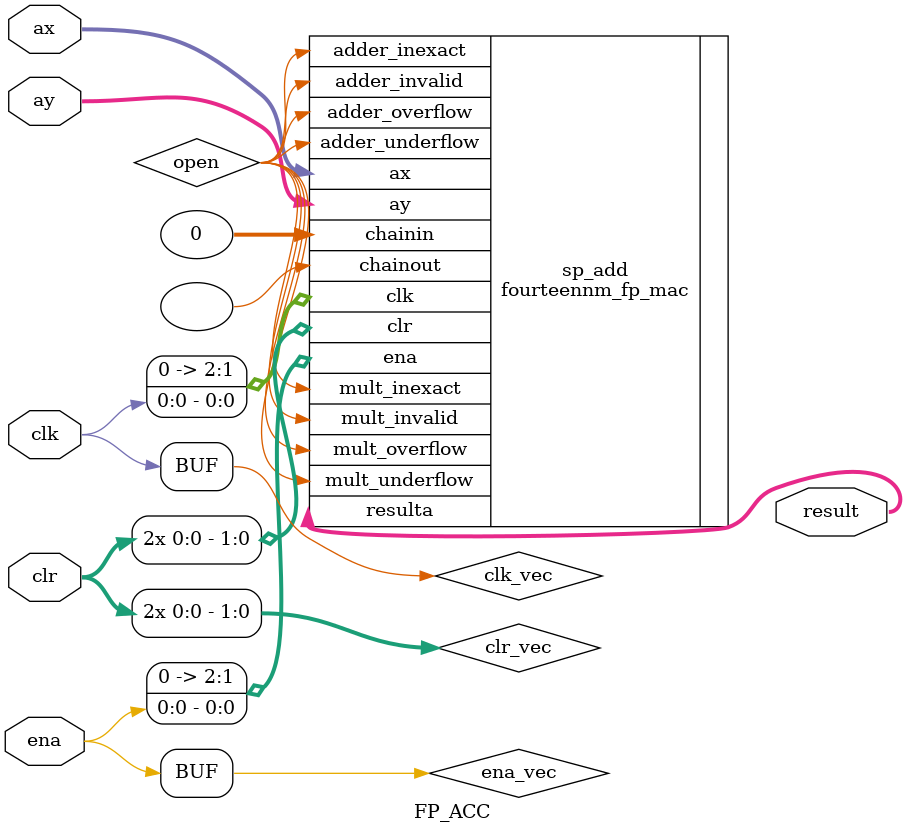
<source format=v>

module FP_ACC 
#(parameter DATA_WIDTH = 32)
(
    input  wire                          clk,
    input  wire                          ena,
    input  wire                          clr,
    input  wire [DATA_WIDTH-1:0]         ax,
    input  wire [DATA_WIDTH-1:0]         ay,
    output wire [DATA_WIDTH-1:0]         result
);
    wire clk_vec;
    wire ena_vec;
    wire [1:0]                   clr_vec;
    assign clk_vec = clk;
    assign ena_vec = ena;
    assign clr_vec[1] = clr;
    assign clr_vec[0] = clr;
fourteennm_fp_mac  #(
    .accumulate_clock("NONE"),
    .ax_clock("NONE"),
    .ay_clock("NONE"),
    .az_clock("NONE"),
    .accum_pipeline_clock("NONE"),
    .ax_chainin_pl_clock("NONE"),
    .mult_pipeline_clock("NONE"),
    .accum_2nd_pipeline_clock("NONE"),
    .ax_chainin_2nd_pl_clock("NONE"),
    .mult_2nd_pipeline_clock("NONE"),
    .accum_adder_clock("NONE"),
    .adder_input_clock("NONE"),
    .output_clock("0"),
    .clear_type("sclr"),
    .use_chainin("false"),
    .operation_mode("sp_add"),
    .adder_subtract("false")
) sp_add (
    .clk({1'b0,1'b0,clk_vec}),
    .ena({1'b0,1'b0,ena_vec}),
    .clr(clr_vec),
    .ax(ax),
    .ay(ay),

    .chainin(32'b0),
    .resulta(result),
    .mult_overflow (open),
    .mult_underflow(open),
    .mult_invalid  (open),
    .mult_inexact  (open),
    .adder_overflow (open),
    .adder_underflow(open),
    .adder_invalid  (open),
    .adder_inexact  (open),
    .chainout()
);
endmodule
</source>
